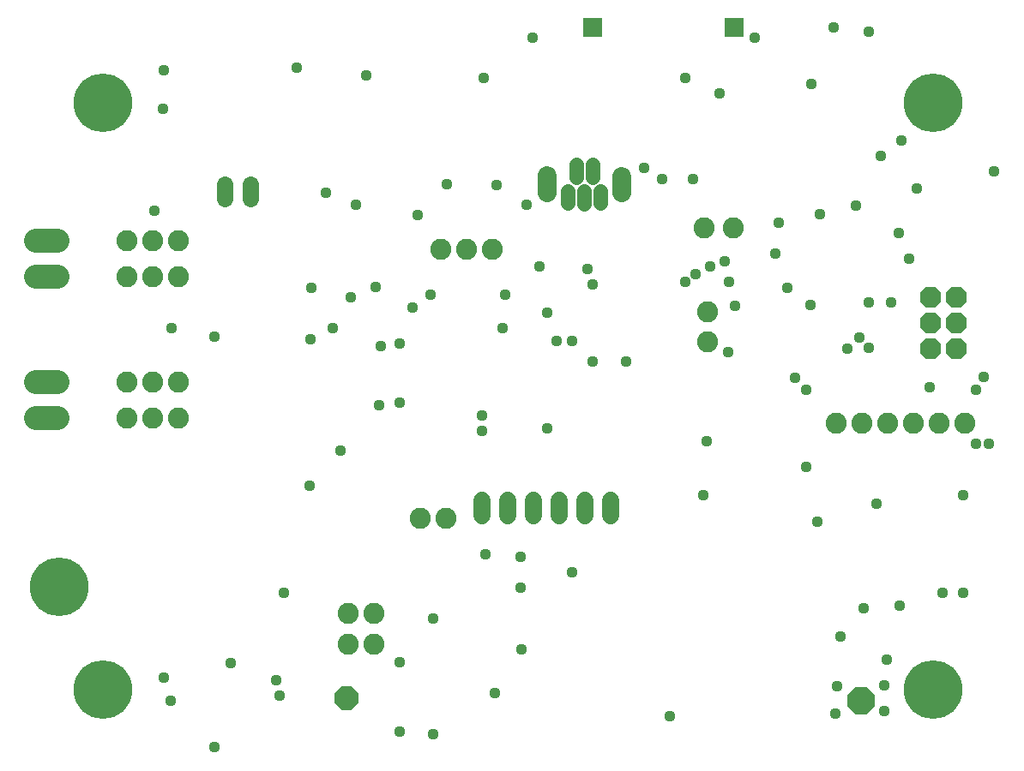
<source format=gbs>
G75*
%MOIN*%
%OFA0B0*%
%FSLAX25Y25*%
%IPPOS*%
%LPD*%
%AMOC8*
5,1,8,0,0,1.08239X$1,22.5*
%
%ADD10OC8,0.08200*%
%ADD11C,0.08200*%
%ADD12C,0.09200*%
%ADD13C,0.06400*%
%ADD14C,0.06800*%
%ADD15OC8,0.10800*%
%ADD16OC8,0.09300*%
%ADD17C,0.05556*%
%ADD18C,0.07400*%
%ADD19C,0.22800*%
%ADD20C,0.04369*%
%ADD21R,0.07296X0.07296*%
D10*
X0391079Y0224531D03*
X0401079Y0224531D03*
X0401079Y0234531D03*
X0391079Y0234531D03*
X0391079Y0244531D03*
X0401079Y0244531D03*
D11*
X0314527Y0271531D03*
X0303127Y0271531D03*
X0304543Y0238649D03*
X0304543Y0227249D03*
X0354527Y0195631D03*
X0364527Y0195631D03*
X0374527Y0195631D03*
X0384527Y0195631D03*
X0394527Y0195631D03*
X0404527Y0195631D03*
X0220927Y0263131D03*
X0210927Y0263131D03*
X0200927Y0263131D03*
X0098827Y0266531D03*
X0088827Y0266531D03*
X0078827Y0266531D03*
X0078827Y0252531D03*
X0088827Y0252531D03*
X0098827Y0252531D03*
X0098827Y0211531D03*
X0088827Y0211531D03*
X0078827Y0211531D03*
X0078827Y0197531D03*
X0088827Y0197531D03*
X0098827Y0197531D03*
X0192827Y0158531D03*
X0202827Y0158531D03*
X0174827Y0121531D03*
X0164827Y0121531D03*
X0164827Y0109531D03*
X0174827Y0109531D03*
D12*
X0052027Y0197642D02*
X0043627Y0197642D01*
X0043627Y0211421D02*
X0052027Y0211421D01*
X0052027Y0252642D02*
X0043627Y0252642D01*
X0043627Y0266421D02*
X0052027Y0266421D01*
D13*
X0116827Y0282731D02*
X0116827Y0288331D01*
X0126827Y0288331D02*
X0126827Y0282731D01*
D14*
X0216827Y0165531D02*
X0216827Y0159531D01*
X0226827Y0159531D02*
X0226827Y0165531D01*
X0236827Y0165531D02*
X0236827Y0159531D01*
X0246827Y0159531D02*
X0246827Y0165531D01*
X0256827Y0165531D02*
X0256827Y0159531D01*
X0266827Y0159531D02*
X0266827Y0165531D01*
D15*
X0364227Y0087531D03*
D16*
X0164127Y0088531D03*
D17*
X0250383Y0281002D02*
X0250383Y0285758D01*
X0256715Y0285706D02*
X0256715Y0280950D01*
X0262995Y0281054D02*
X0262995Y0285810D01*
X0259906Y0291270D02*
X0259906Y0296026D01*
X0253575Y0296026D02*
X0253575Y0291270D01*
D18*
X0242290Y0291884D02*
X0242290Y0285284D01*
X0271224Y0284990D02*
X0271224Y0291590D01*
D19*
X0392316Y0320205D03*
X0069504Y0320134D03*
X0052504Y0131748D03*
X0069504Y0091748D03*
X0392316Y0091741D03*
D20*
X0112760Y0069479D03*
X0095827Y0087531D03*
X0093260Y0096579D03*
X0119360Y0102279D03*
X0136827Y0095531D03*
X0138260Y0089579D03*
X0184827Y0102531D03*
X0197827Y0119531D03*
X0231827Y0131531D03*
X0231827Y0143531D03*
X0218260Y0144579D03*
X0251827Y0137531D03*
X0232260Y0107579D03*
X0221827Y0090531D03*
X0197827Y0074531D03*
X0184827Y0075531D03*
X0139827Y0129531D03*
X0149840Y0171273D03*
X0161740Y0184873D03*
X0177040Y0202573D03*
X0184827Y0203531D03*
X0216827Y0198531D03*
X0216827Y0192531D03*
X0242260Y0193579D03*
X0259827Y0219531D03*
X0251827Y0227531D03*
X0245827Y0227531D03*
X0242260Y0238579D03*
X0225827Y0245531D03*
X0239260Y0256579D03*
X0257827Y0255531D03*
X0259827Y0249531D03*
X0295827Y0250531D03*
X0299827Y0253531D03*
X0305627Y0256431D03*
X0311327Y0258631D03*
X0312827Y0250531D03*
X0315227Y0241131D03*
X0335627Y0248131D03*
X0344418Y0241544D03*
X0367236Y0242583D03*
X0375839Y0242563D03*
X0363627Y0228831D03*
X0367327Y0224731D03*
X0358927Y0224531D03*
X0338557Y0213131D03*
X0342827Y0208531D03*
X0312444Y0223195D03*
X0272827Y0219531D03*
X0224827Y0232531D03*
X0196827Y0245531D03*
X0189827Y0240531D03*
X0184827Y0226531D03*
X0177640Y0225573D03*
X0158827Y0232531D03*
X0150085Y0228245D03*
X0165827Y0244531D03*
X0175640Y0248473D03*
X0150540Y0248273D03*
X0112920Y0229241D03*
X0096120Y0232641D03*
X0089540Y0278273D03*
X0156340Y0285173D03*
X0167827Y0280531D03*
X0191827Y0276531D03*
X0203160Y0288579D03*
X0222560Y0288279D03*
X0234260Y0280579D03*
X0280012Y0294714D03*
X0286827Y0290531D03*
X0298827Y0290531D03*
X0332218Y0273644D03*
X0348218Y0276844D03*
X0362218Y0280044D03*
X0379027Y0269631D03*
X0382827Y0259531D03*
X0385783Y0286836D03*
X0371827Y0299531D03*
X0379827Y0305531D03*
X0415827Y0293531D03*
X0344820Y0327441D03*
X0322820Y0345441D03*
X0295920Y0329741D03*
X0309120Y0323941D03*
X0353420Y0349441D03*
X0367120Y0347941D03*
X0236420Y0345641D03*
X0217620Y0329941D03*
X0171720Y0330741D03*
X0144720Y0333741D03*
X0093220Y0332841D03*
X0092920Y0317841D03*
X0330827Y0261531D03*
X0411827Y0213531D03*
X0408827Y0208531D03*
X0390827Y0209531D03*
X0408827Y0187531D03*
X0413827Y0187531D03*
X0403827Y0167531D03*
X0370218Y0164044D03*
X0347218Y0157044D03*
X0342827Y0178531D03*
X0304260Y0188579D03*
X0302827Y0167531D03*
X0379260Y0124579D03*
X0365260Y0123579D03*
X0356260Y0112579D03*
X0374260Y0103579D03*
X0373260Y0093579D03*
X0354760Y0093079D03*
X0354260Y0082579D03*
X0373260Y0083579D03*
X0289827Y0081531D03*
X0395827Y0129531D03*
X0403827Y0129531D03*
D21*
X0314827Y0349531D03*
X0259827Y0349531D03*
M02*

</source>
